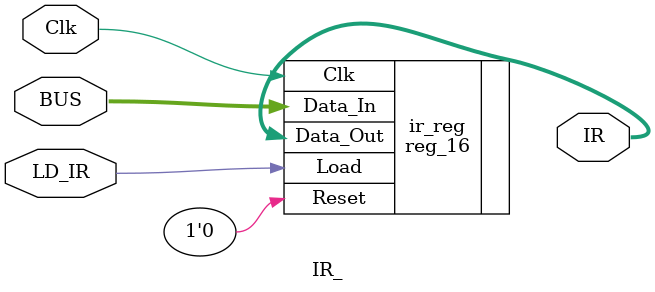
<source format=sv>
module IR_ (input logic Clk, LD_IR,
              input  logic [15:0]  BUS,
              output logic [15:0]  IR);


reg_16 ir_reg (.Clk(Clk), .Reset(1'b0), .Load(LD_IR), .Data_In(BUS), .Data_Out(IR));


endmodule

</source>
